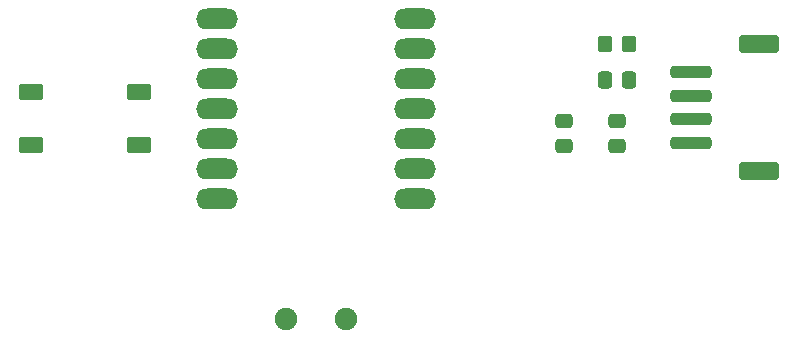
<source format=gbr>
%TF.GenerationSoftware,KiCad,Pcbnew,9.0.5*%
%TF.CreationDate,2026-02-02T17:26:06-08:00*%
%TF.ProjectId,Sensing device,53656e73-696e-4672-9064-65766963652e,1.0*%
%TF.SameCoordinates,Original*%
%TF.FileFunction,Soldermask,Top*%
%TF.FilePolarity,Negative*%
%FSLAX46Y46*%
G04 Gerber Fmt 4.6, Leading zero omitted, Abs format (unit mm)*
G04 Created by KiCad (PCBNEW 9.0.5) date 2026-02-02 17:26:06*
%MOMM*%
%LPD*%
G01*
G04 APERTURE LIST*
G04 Aperture macros list*
%AMRoundRect*
0 Rectangle with rounded corners*
0 $1 Rounding radius*
0 $2 $3 $4 $5 $6 $7 $8 $9 X,Y pos of 4 corners*
0 Add a 4 corners polygon primitive as box body*
4,1,4,$2,$3,$4,$5,$6,$7,$8,$9,$2,$3,0*
0 Add four circle primitives for the rounded corners*
1,1,$1+$1,$2,$3*
1,1,$1+$1,$4,$5*
1,1,$1+$1,$6,$7*
1,1,$1+$1,$8,$9*
0 Add four rect primitives between the rounded corners*
20,1,$1+$1,$2,$3,$4,$5,0*
20,1,$1+$1,$4,$5,$6,$7,0*
20,1,$1+$1,$6,$7,$8,$9,0*
20,1,$1+$1,$8,$9,$2,$3,0*%
G04 Aperture macros list end*
%ADD10RoundRect,0.250000X-0.800000X-0.450000X0.800000X-0.450000X0.800000X0.450000X-0.800000X0.450000X0*%
%ADD11RoundRect,0.250000X-0.337500X-0.475000X0.337500X-0.475000X0.337500X0.475000X-0.337500X0.475000X0*%
%ADD12RoundRect,0.250000X1.500000X-0.250000X1.500000X0.250000X-1.500000X0.250000X-1.500000X-0.250000X0*%
%ADD13RoundRect,0.250001X1.449999X-0.499999X1.449999X0.499999X-1.449999X0.499999X-1.449999X-0.499999X0*%
%ADD14RoundRect,0.250000X0.350000X0.450000X-0.350000X0.450000X-0.350000X-0.450000X0.350000X-0.450000X0*%
%ADD15RoundRect,0.250000X0.475000X-0.337500X0.475000X0.337500X-0.475000X0.337500X-0.475000X-0.337500X0*%
%ADD16O,3.556000X1.778000*%
%ADD17C,1.905000*%
G04 APERTURE END LIST*
D10*
%TO.C,SW1*%
X117400000Y-83500000D03*
X126500000Y-83500000D03*
X117400000Y-88000000D03*
X126500000Y-88000000D03*
%TD*%
D11*
%TO.C,C3*%
X165925000Y-82462500D03*
X168000000Y-82462500D03*
%TD*%
D12*
%TO.C,J2*%
X173250000Y-87812500D03*
X173250000Y-85812500D03*
X173250000Y-83812500D03*
X173250000Y-81812500D03*
D13*
X179000000Y-90162500D03*
X179000000Y-79462500D03*
%TD*%
D14*
%TO.C,R1*%
X168000000Y-79462500D03*
X166000000Y-79462500D03*
%TD*%
D15*
%TO.C,C1*%
X167000000Y-88037500D03*
X167000000Y-85962500D03*
%TD*%
%TO.C,C2*%
X162462500Y-88037500D03*
X162462500Y-85962500D03*
%TD*%
D16*
%TO.C,U1*%
X133083000Y-77285000D03*
X133083000Y-79825000D03*
X133083000Y-82365000D03*
X133083000Y-84905000D03*
X133083000Y-87445000D03*
X133083000Y-89985000D03*
X133083000Y-92525000D03*
X149847000Y-92525000D03*
X149847000Y-89985000D03*
X149847000Y-87445000D03*
X149847000Y-84905000D03*
X149847000Y-82365000D03*
X149847000Y-79825000D03*
X149847000Y-77285000D03*
D17*
X138925000Y-102685000D03*
X144005000Y-102685000D03*
%TD*%
M02*

</source>
